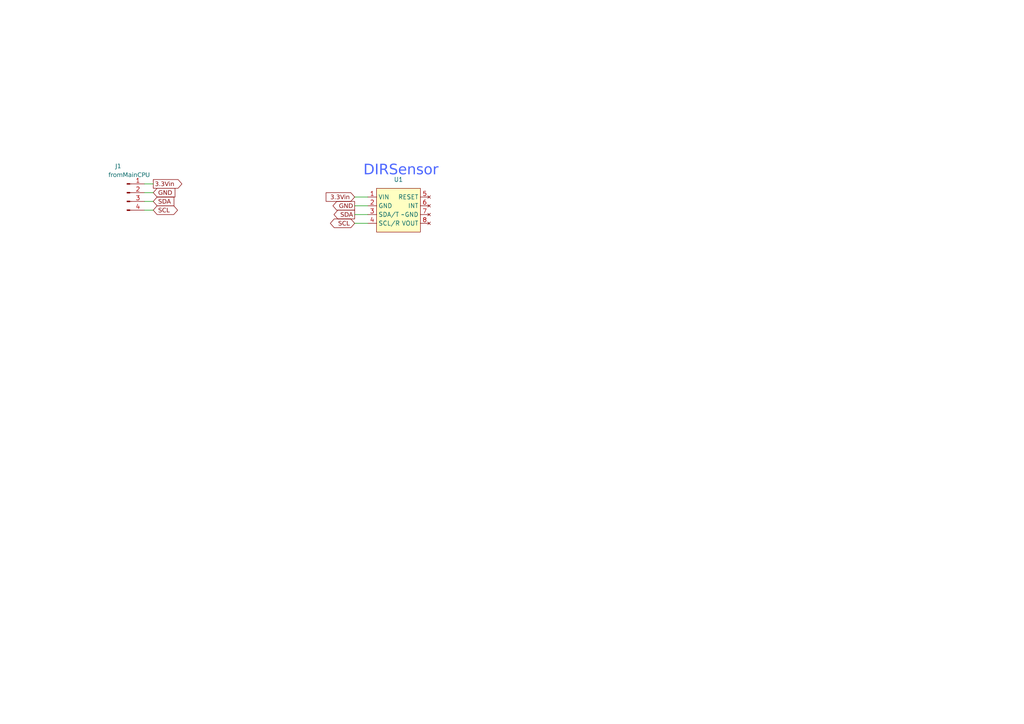
<source format=kicad_sch>
(kicad_sch (version 20230121) (generator eeschema)
  (paper "A4")
  (lib_symbols
    (symbol "@admixSymbols:AE-BNO055-BO"
      (property "Reference" "U" (at 0 6.35 0))
      (symbol "AE-BNO055-BO_1_1"
        (rectangle (start -6.35 6.35) (end 6.35 -6.35) (fill (type background)))
        (pin passive line (at -8.89 3.81 0) (length 2.54) (name "VIN") (number "1"))
        (pin passive line (at -8.89 1.27 0) (length 2.54) (name "GND") (number "2"))
        (pin passive line (at -8.89 -1.27 0) (length 2.54) (name "SDA/T") (number "3"))
        (pin passive line (at -8.89 -3.81 0) (length 2.54) (name "SCL/R") (number "4"))
        (pin no_connect line (at 8.89 3.81 180) (length 2.54) (name "RESET") (number "5"))
        (pin no_connect line (at 8.89 1.27 180) (length 2.54) (name "INT") (number "6"))
        (pin no_connect line (at 8.89 -1.27 180) (length 2.54) (name "GND") (number "7"))
        (pin no_connect line (at 8.89 -3.81 180) (length 2.54) (name "VOUT") (number "8"))
      )
    )
    (symbol "Connector:Conn_01x04_Pin" (pin_names (offset 1.016) hide)
      (property "Reference" "J" (at 0 5.08 0))
      (property "Value" "Conn_01x04_Pin" (at 0 -7.62 0))
      (symbol "Conn_01x04_Pin_1_1"
        (polyline (pts (xy 1.27 -5.08) (xy 0.8636 -5.08)) (stroke (width 0.1524)))
        (polyline (pts (xy 1.27 -2.54) (xy 0.8636 -2.54)) (stroke (width 0.1524)))
        (polyline (pts (xy 1.27 0) (xy 0.8636 0)) (stroke (width 0.1524)))
        (polyline (pts (xy 1.27 2.54) (xy 0.8636 2.54)) (stroke (width 0.1524)))
        (rectangle (start 0.8636 -4.953) (end 0 -5.207) (stroke (width 0.1524)) (fill (type outline)))
        (rectangle (start 0.8636 -2.413) (end 0 -2.667) (stroke (width 0.1524)) (fill (type outline)))
        (rectangle (start 0.8636 0.127) (end 0 -0.127) (stroke (width 0.1524)) (fill (type outline)))
        (rectangle (start 0.8636 2.667) (end 0 2.413) (stroke (width 0.1524)) (fill (type outline)))
        (pin passive line (at 5.08 2.54 180) (length 3.81) (name "Pin_1") (number "1"))
        (pin passive line (at 5.08 0 180) (length 3.81) (name "Pin_2") (number "2"))
        (pin passive line (at 5.08 -2.54 180) (length 3.81) (name "Pin_3") (number "3"))
        (pin passive line (at 5.08 -5.08 180) (length 3.81) (name "Pin_4") (number "4"))
      )
    )
  )
  (wire (pts (xy 41.91 58.42) (xy 44.45 58.42)))
  (wire (pts (xy 41.91 53.34) (xy 44.45 53.34)))
  (wire (pts (xy 41.91 60.96) (xy 44.45 60.96)))
  (wire (pts (xy 102.87 64.77) (xy 106.68 64.77)))
  (wire (pts (xy 102.87 62.23) (xy 106.68 62.23)))
  (wire (pts (xy 102.87 57.15) (xy 106.68 57.15)))
  (wire (pts (xy 41.91 55.88) (xy 44.45 55.88)))
  (wire (pts (xy 102.87 59.69) (xy 106.68 59.69)))
  (text "DIRSensor" (at 105.41 52.07 0) (effects (font (size 3 3)) (justify left bottom)))
  (global_label "SCL" (shape bidirectional) (at 44.45 60.96 0) (property "Intersheetrefs" "${INTERSHEET_REFS}" (effects hide)))
  (global_label "GND" (shape input) (at 44.45 55.88 0) (property "Intersheetrefs" "${INTERSHEET_REFS}" (effects hide)))
  (global_label "SCL" (shape bidirectional) (at 102.87 64.77 180) (property "Intersheetrefs" "${INTERSHEET_REFS}" (effects hide)))
  (global_label "SDA" (shape input) (at 44.45 58.42 0) (property "Intersheetrefs" "${INTERSHEET_REFS}" (effects hide)))
  (global_label "3.3Vin" (shape output) (at 44.45 53.34 0) (property "Intersheetrefs" "${INTERSHEET_REFS}" (effects hide)))
  (global_label "SDA" (shape output) (at 102.87 62.23 180) (property "Intersheetrefs" "${INTERSHEET_REFS}" (effects hide)))
  (global_label "3.3Vin" (shape input) (at 102.87 57.15 180) (property "Intersheetrefs" "${INTERSHEET_REFS}" (effects hide)))
  (global_label "GND" (shape output) (at 102.87 59.69 180) (property "Intersheetrefs" "${INTERSHEET_REFS}" (effects hide)))
  (symbol (lib_id "@admixSymbols:AE-BNO055-BO") (at 115.57 60.96 0) (unit 1)
    (property "Reference" "U1" (at 115.57 52.07 0))
    (property "Value" "~" (at 116.84 62.23 0))
  )
  (symbol (lib_id "Connector:Conn_01x04_Pin") (at 36.83 55.88 0) (unit 1)
    (property "Reference" "J1" (at 34.29 48.26 0))
    (property "Value" "fromMainCPU" (at 37.465 50.8 0))
  )
)
</source>
